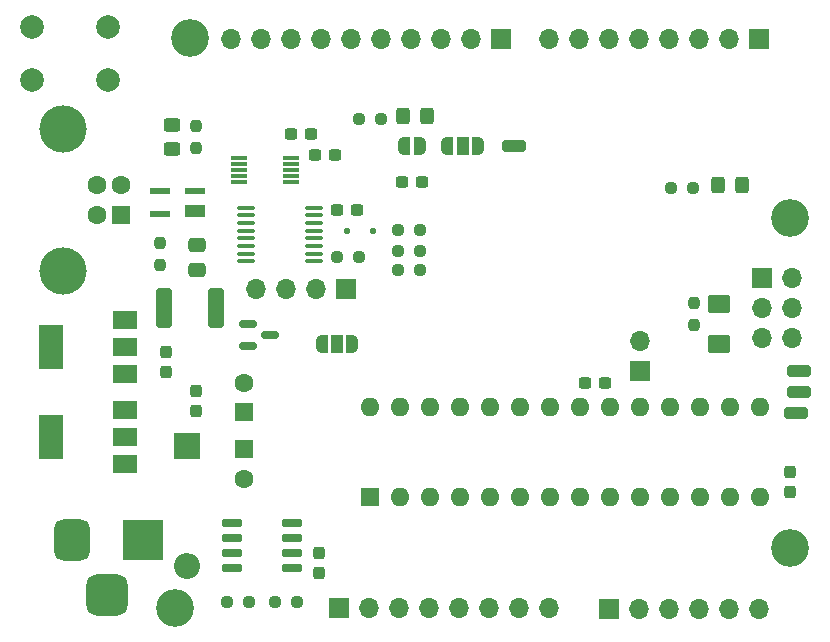
<source format=gbr>
%TF.GenerationSoftware,KiCad,Pcbnew,7.0.1*%
%TF.CreationDate,2023-08-20T21:18:48+10:00*%
%TF.ProjectId,UNO-128DA28,554e4f2d-3132-4384-9441-32382e6b6963,1.0*%
%TF.SameCoordinates,Original*%
%TF.FileFunction,Soldermask,Top*%
%TF.FilePolarity,Negative*%
%FSLAX46Y46*%
G04 Gerber Fmt 4.6, Leading zero omitted, Abs format (unit mm)*
G04 Created by KiCad (PCBNEW 7.0.1) date 2023-08-20 21:18:48*
%MOMM*%
%LPD*%
G01*
G04 APERTURE LIST*
G04 Aperture macros list*
%AMRoundRect*
0 Rectangle with rounded corners*
0 $1 Rounding radius*
0 $2 $3 $4 $5 $6 $7 $8 $9 X,Y pos of 4 corners*
0 Add a 4 corners polygon primitive as box body*
4,1,4,$2,$3,$4,$5,$6,$7,$8,$9,$2,$3,0*
0 Add four circle primitives for the rounded corners*
1,1,$1+$1,$2,$3*
1,1,$1+$1,$4,$5*
1,1,$1+$1,$6,$7*
1,1,$1+$1,$8,$9*
0 Add four rect primitives between the rounded corners*
20,1,$1+$1,$2,$3,$4,$5,0*
20,1,$1+$1,$4,$5,$6,$7,0*
20,1,$1+$1,$6,$7,$8,$9,0*
20,1,$1+$1,$8,$9,$2,$3,0*%
%AMFreePoly0*
4,1,19,0.550000,-0.750000,0.000000,-0.750000,0.000000,-0.744911,-0.071157,-0.744911,-0.207708,-0.704816,-0.327430,-0.627875,-0.420627,-0.520320,-0.479746,-0.390866,-0.500000,-0.250000,-0.500000,0.250000,-0.479746,0.390866,-0.420627,0.520320,-0.327430,0.627875,-0.207708,0.704816,-0.071157,0.744911,0.000000,0.744911,0.000000,0.750000,0.550000,0.750000,0.550000,-0.750000,0.550000,-0.750000,
$1*%
%AMFreePoly1*
4,1,19,0.000000,0.744911,0.071157,0.744911,0.207708,0.704816,0.327430,0.627875,0.420627,0.520320,0.479746,0.390866,0.500000,0.250000,0.500000,-0.250000,0.479746,-0.390866,0.420627,-0.520320,0.327430,-0.627875,0.207708,-0.704816,0.071157,-0.744911,0.000000,-0.744911,0.000000,-0.750000,-0.550000,-0.750000,-0.550000,0.750000,0.000000,0.750000,0.000000,0.744911,0.000000,0.744911,
$1*%
%AMFreePoly2*
4,1,19,0.500000,-0.750000,0.000000,-0.750000,0.000000,-0.744911,-0.071157,-0.744911,-0.207708,-0.704816,-0.327430,-0.627875,-0.420627,-0.520320,-0.479746,-0.390866,-0.500000,-0.250000,-0.500000,0.250000,-0.479746,0.390866,-0.420627,0.520320,-0.327430,0.627875,-0.207708,0.704816,-0.071157,0.744911,0.000000,0.744911,0.000000,0.750000,0.500000,0.750000,0.500000,-0.750000,0.500000,-0.750000,
$1*%
%AMFreePoly3*
4,1,19,0.000000,0.744911,0.071157,0.744911,0.207708,0.704816,0.327430,0.627875,0.420627,0.520320,0.479746,0.390866,0.500000,0.250000,0.500000,-0.250000,0.479746,-0.390866,0.420627,-0.520320,0.327430,-0.627875,0.207708,-0.704816,0.071157,-0.744911,0.000000,-0.744911,0.000000,-0.750000,-0.500000,-0.750000,-0.500000,0.750000,0.000000,0.750000,0.000000,0.744911,0.000000,0.744911,
$1*%
G04 Aperture macros list end*
%ADD10FreePoly0,0.000000*%
%ADD11R,1.000000X1.500000*%
%ADD12FreePoly1,0.000000*%
%ADD13R,1.600000X1.600000*%
%ADD14C,1.600000*%
%ADD15RoundRect,0.237500X0.300000X0.237500X-0.300000X0.237500X-0.300000X-0.237500X0.300000X-0.237500X0*%
%ADD16RoundRect,0.237500X0.250000X0.237500X-0.250000X0.237500X-0.250000X-0.237500X0.250000X-0.237500X0*%
%ADD17O,1.600000X1.600000*%
%ADD18RoundRect,0.250000X-0.750000X0.250000X-0.750000X-0.250000X0.750000X-0.250000X0.750000X0.250000X0*%
%ADD19RoundRect,0.237500X-0.237500X0.300000X-0.237500X-0.300000X0.237500X-0.300000X0.237500X0.300000X0*%
%ADD20R,1.700000X1.700000*%
%ADD21O,1.700000X1.700000*%
%ADD22R,1.400000X0.300000*%
%ADD23C,3.200000*%
%ADD24C,2.000000*%
%ADD25C,4.000000*%
%ADD26RoundRect,0.237500X-0.237500X0.250000X-0.237500X-0.250000X0.237500X-0.250000X0.237500X0.250000X0*%
%ADD27RoundRect,0.125000X-0.125000X-0.125000X0.125000X-0.125000X0.125000X0.125000X-0.125000X0.125000X0*%
%ADD28RoundRect,0.100000X-0.637500X-0.100000X0.637500X-0.100000X0.637500X0.100000X-0.637500X0.100000X0*%
%ADD29RoundRect,0.237500X-0.250000X-0.237500X0.250000X-0.237500X0.250000X0.237500X-0.250000X0.237500X0*%
%ADD30RoundRect,0.250000X0.750000X-0.250000X0.750000X0.250000X-0.750000X0.250000X-0.750000X-0.250000X0*%
%ADD31R,3.500000X3.500000*%
%ADD32RoundRect,0.750000X-0.750000X-1.000000X0.750000X-1.000000X0.750000X1.000000X-0.750000X1.000000X0*%
%ADD33RoundRect,0.875000X-0.875000X-0.875000X0.875000X-0.875000X0.875000X0.875000X-0.875000X0.875000X0*%
%ADD34RoundRect,0.250000X0.325000X0.450000X-0.325000X0.450000X-0.325000X-0.450000X0.325000X-0.450000X0*%
%ADD35R,2.000000X1.500000*%
%ADD36R,2.000000X3.800000*%
%ADD37R,2.200000X2.200000*%
%ADD38O,2.200000X2.200000*%
%ADD39RoundRect,0.250000X0.400000X1.450000X-0.400000X1.450000X-0.400000X-1.450000X0.400000X-1.450000X0*%
%ADD40RoundRect,0.250000X-0.450000X0.325000X-0.450000X-0.325000X0.450000X-0.325000X0.450000X0.325000X0*%
%ADD41R,1.700000X1.000000*%
%ADD42R,1.700000X0.600000*%
%ADD43RoundRect,0.120800X-0.830000X0.630000X-0.830000X-0.630000X0.830000X-0.630000X0.830000X0.630000X0*%
%ADD44RoundRect,0.150000X-0.587500X-0.150000X0.587500X-0.150000X0.587500X0.150000X-0.587500X0.150000X0*%
%ADD45RoundRect,0.237500X0.237500X-0.300000X0.237500X0.300000X-0.237500X0.300000X-0.237500X-0.300000X0*%
%ADD46RoundRect,0.237500X-0.300000X-0.237500X0.300000X-0.237500X0.300000X0.237500X-0.300000X0.237500X0*%
%ADD47RoundRect,0.250000X-0.475000X0.337500X-0.475000X-0.337500X0.475000X-0.337500X0.475000X0.337500X0*%
%ADD48FreePoly2,0.000000*%
%ADD49FreePoly3,0.000000*%
%ADD50RoundRect,0.150000X-0.725000X-0.150000X0.725000X-0.150000X0.725000X0.150000X-0.725000X0.150000X0*%
G04 APERTURE END LIST*
D10*
%TO.C,JP1*%
X106396000Y-121158000D03*
D11*
X107696000Y-121158000D03*
D12*
X108996000Y-121158000D03*
%TD*%
D13*
%TO.C,C10*%
X99822000Y-126935113D03*
D14*
X99822000Y-124435113D03*
%TD*%
D15*
%TO.C,C2*%
X107542500Y-105156000D03*
X105817500Y-105156000D03*
%TD*%
D16*
%TO.C,R12*%
X109532500Y-113790000D03*
X107707500Y-113790000D03*
%TD*%
D13*
%TO.C,U3*%
X110490000Y-134112000D03*
D17*
X113030000Y-134112000D03*
X115570000Y-134112000D03*
X118110000Y-134112000D03*
X120650000Y-134112000D03*
X123190000Y-134112000D03*
X125730000Y-134112000D03*
X128270000Y-134112000D03*
X130810000Y-134112000D03*
X133350000Y-134112000D03*
X135890000Y-134112000D03*
X138430000Y-134112000D03*
X140970000Y-134112000D03*
X143510000Y-134112000D03*
X143510000Y-126492000D03*
X140970000Y-126492000D03*
X138430000Y-126492000D03*
X135890000Y-126492000D03*
X133350000Y-126492000D03*
X130810000Y-126492000D03*
X128270000Y-126492000D03*
X125730000Y-126492000D03*
X123190000Y-126492000D03*
X120650000Y-126492000D03*
X118110000Y-126492000D03*
X115570000Y-126492000D03*
X113030000Y-126492000D03*
X110490000Y-126492000D03*
%TD*%
D15*
%TO.C,C14*%
X109382500Y-109820000D03*
X107657500Y-109820000D03*
%TD*%
D18*
%TO.C,J3*%
X146812000Y-125222000D03*
%TD*%
D19*
%TO.C,C11*%
X93218000Y-121819500D03*
X93218000Y-123544500D03*
%TD*%
D20*
%TO.C,J6*%
X108500000Y-116490000D03*
D21*
X105960000Y-116490000D03*
X103420000Y-116490000D03*
X100880000Y-116490000D03*
%TD*%
D18*
%TO.C,J4*%
X146812000Y-123444000D03*
%TD*%
D22*
%TO.C,U2*%
X99400000Y-105426000D03*
X99400000Y-105926000D03*
X99400000Y-106426000D03*
X99400000Y-106926000D03*
X99400000Y-107426000D03*
X103800000Y-107426000D03*
X103800000Y-106926000D03*
X103800000Y-106426000D03*
X103800000Y-105926000D03*
X103800000Y-105426000D03*
%TD*%
D23*
%TO.C,@HOLE3*%
X93941107Y-143471107D03*
%TD*%
D24*
%TO.C,SW1*%
X81840000Y-94270000D03*
X88340000Y-94270000D03*
X81840000Y-98770000D03*
X88340000Y-98770000D03*
%TD*%
D13*
%TO.C,J1*%
X89376000Y-110196000D03*
D14*
X89376000Y-107696000D03*
X87376000Y-107696000D03*
X87376000Y-110196000D03*
D25*
X84516000Y-114946000D03*
X84516000Y-102946000D03*
%TD*%
D20*
%TO.C,AD0*%
X130707607Y-143534607D03*
D21*
X133247607Y-143534607D03*
X135787607Y-143534607D03*
X138327607Y-143534607D03*
X140867607Y-143534607D03*
X143407607Y-143534607D03*
%TD*%
D26*
%TO.C,R3*%
X92710000Y-112625500D03*
X92710000Y-114450500D03*
%TD*%
D16*
%TO.C,R11*%
X114704500Y-111506000D03*
X112879500Y-111506000D03*
%TD*%
D27*
%TO.C,D8*%
X108562500Y-111610000D03*
X110762500Y-111610000D03*
%TD*%
D20*
%TO.C,J8*%
X133350000Y-123444000D03*
D21*
X133350000Y-120904000D03*
%TD*%
D19*
%TO.C,C7*%
X146050000Y-131979500D03*
X146050000Y-133704500D03*
%TD*%
D28*
%TO.C,U7*%
X100027500Y-109585000D03*
X100027500Y-110235000D03*
X100027500Y-110885000D03*
X100027500Y-111535000D03*
X100027500Y-112185000D03*
X100027500Y-112835000D03*
X100027500Y-113485000D03*
X100027500Y-114135000D03*
X105752500Y-114135000D03*
X105752500Y-113485000D03*
X105752500Y-112835000D03*
X105752500Y-112185000D03*
X105752500Y-111535000D03*
X105752500Y-110885000D03*
X105752500Y-110235000D03*
X105752500Y-109585000D03*
%TD*%
D29*
%TO.C,R4*%
X109577500Y-102108000D03*
X111402500Y-102108000D03*
%TD*%
D16*
%TO.C,R7*%
X114704500Y-114900000D03*
X112879500Y-114900000D03*
%TD*%
D15*
%TO.C,C12*%
X105510500Y-103378000D03*
X103785500Y-103378000D03*
%TD*%
%TO.C,C8*%
X130402500Y-124460000D03*
X128677500Y-124460000D03*
%TD*%
D26*
%TO.C,R6*%
X137922000Y-117705500D03*
X137922000Y-119530500D03*
%TD*%
D30*
%TO.C,J7*%
X146558000Y-127000000D03*
%TD*%
D31*
%TO.C,J2*%
X91241607Y-137692607D03*
D32*
X85241607Y-137692607D03*
D33*
X88241607Y-142392607D03*
%TD*%
D34*
%TO.C,D6*%
X141995000Y-107696000D03*
X139945000Y-107696000D03*
%TD*%
D35*
%TO.C,U5*%
X89764000Y-123712000D03*
X89764000Y-121412000D03*
D36*
X83464000Y-121412000D03*
D35*
X89764000Y-119112000D03*
%TD*%
D37*
%TO.C,D5*%
X94996000Y-129794000D03*
D38*
X94996000Y-139954000D03*
%TD*%
D23*
%TO.C,@HOLE1*%
X146011107Y-138391107D03*
%TD*%
D39*
%TO.C,F1*%
X97475000Y-118110000D03*
X93025000Y-118110000D03*
%TD*%
D23*
%TO.C,@HOLE2*%
X95211107Y-95211107D03*
%TD*%
D40*
%TO.C,D3*%
X93726000Y-102607000D03*
X93726000Y-104657000D03*
%TD*%
D10*
%TO.C,JP2*%
X117034000Y-104394000D03*
D11*
X118334000Y-104394000D03*
D12*
X119634000Y-104394000D03*
%TD*%
D29*
%TO.C,R8*%
X112879500Y-113230000D03*
X114704500Y-113230000D03*
%TD*%
D41*
%TO.C,D1*%
X95670000Y-109890000D03*
D42*
X95670000Y-108190000D03*
X92670000Y-108190000D03*
X92670000Y-110090000D03*
%TD*%
D43*
%TO.C,D4*%
X140070000Y-121110000D03*
X140070000Y-117710000D03*
%TD*%
D44*
%TO.C,Q1*%
X100154500Y-119446000D03*
X100154500Y-121346000D03*
X102029500Y-120396000D03*
%TD*%
D35*
%TO.C,U4*%
X89764000Y-131332000D03*
X89764000Y-129032000D03*
D36*
X83464000Y-129032000D03*
D35*
X89764000Y-126732000D03*
%TD*%
D29*
%TO.C,R1*%
X98401500Y-143002000D03*
X100226500Y-143002000D03*
%TD*%
D20*
%TO.C,POWER0*%
X107845000Y-143525000D03*
D21*
X110385000Y-143525000D03*
X112925000Y-143525000D03*
X115465000Y-143525000D03*
X118005000Y-143525000D03*
X120545000Y-143525000D03*
X123085000Y-143525000D03*
X125625000Y-143525000D03*
%TD*%
D45*
%TO.C,C13*%
X95758000Y-126846500D03*
X95758000Y-125121500D03*
%TD*%
D23*
%TO.C,@HOLE0*%
X146011107Y-110451107D03*
%TD*%
D46*
%TO.C,C4*%
X113183500Y-107442000D03*
X114908500Y-107442000D03*
%TD*%
D47*
%TO.C,C1*%
X95850000Y-112754500D03*
X95850000Y-114829500D03*
%TD*%
D26*
%TO.C,R5*%
X95758000Y-102719500D03*
X95758000Y-104544500D03*
%TD*%
D29*
%TO.C,R2*%
X102465500Y-143002000D03*
X104290500Y-143002000D03*
%TD*%
D34*
%TO.C,D2*%
X115325000Y-101854000D03*
X113275000Y-101854000D03*
%TD*%
D29*
%TO.C,R9*%
X135993500Y-107950000D03*
X137818500Y-107950000D03*
%TD*%
D19*
%TO.C,C3*%
X106172000Y-138837500D03*
X106172000Y-140562500D03*
%TD*%
D20*
%TO.C,IOH0*%
X121570000Y-95280000D03*
D21*
X119030000Y-95280000D03*
X116490000Y-95280000D03*
X113950000Y-95280000D03*
X111410000Y-95280000D03*
X108870000Y-95280000D03*
X106330000Y-95280000D03*
X103790000Y-95280000D03*
X101250000Y-95280000D03*
X98710000Y-95280000D03*
%TD*%
D48*
%TO.C,JP5*%
X113396000Y-104394000D03*
D49*
X114696000Y-104394000D03*
%TD*%
D50*
%TO.C,U1*%
X98771000Y-136271000D03*
X98771000Y-137541000D03*
X98771000Y-138811000D03*
X98771000Y-140081000D03*
X103921000Y-140081000D03*
X103921000Y-138811000D03*
X103921000Y-137541000D03*
X103921000Y-136271000D03*
%TD*%
D13*
%TO.C,C9*%
X99822000Y-130048000D03*
D14*
X99822000Y-132548000D03*
%TD*%
D20*
%TO.C,ICSP0*%
X143660000Y-115590000D03*
D21*
X146200000Y-115590000D03*
X143660000Y-118130000D03*
X146200000Y-118130000D03*
X143660000Y-120670000D03*
X146200000Y-120670000D03*
%TD*%
D20*
%TO.C,IOL0*%
X143407607Y-95274607D03*
D21*
X140867607Y-95274607D03*
X138327607Y-95274607D03*
X135787607Y-95274607D03*
X133247607Y-95274607D03*
X130707607Y-95274607D03*
X128167607Y-95274607D03*
X125627607Y-95274607D03*
%TD*%
D30*
%TO.C,J5*%
X122700000Y-104380000D03*
%TD*%
M02*

</source>
